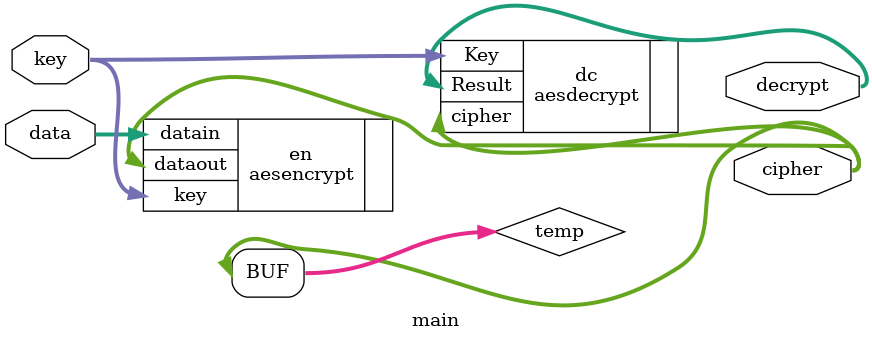
<source format=v>
`timescale 1ns / 1ps


module main(
input [127:0] data,
    input [127:0] key,
    output[127:0] cipher,
    output [127:0] decrypt
    );
     wire [127:0] temp;
    
    aesencrypt en(.datain(data),.key(key),.dataout(cipher));
    assign temp=cipher;
    aesdecrypt dc(.cipher(temp),.Key(key),.Result(decrypt));
    endmodule

</source>
